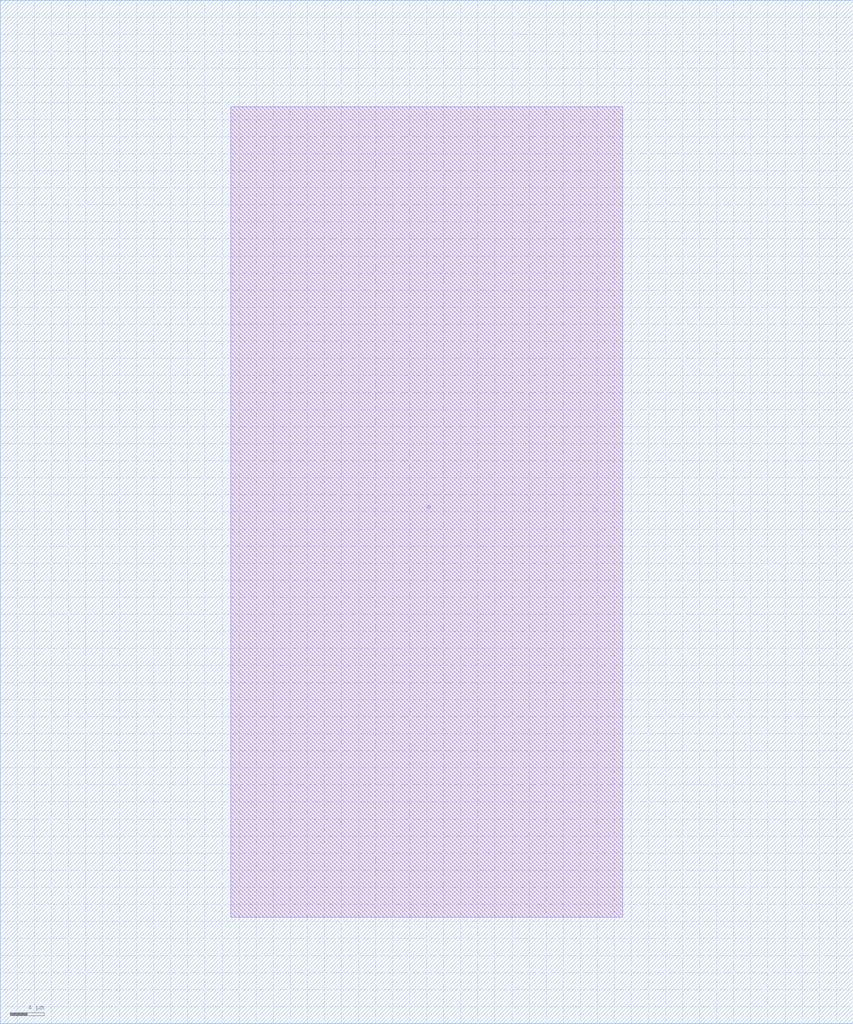
<source format=lef>
VERSION 5.8 ;

BUSBITCHARS "[]" ;

DIVIDERCHAR "/" ;

UNITS
	DATABASE MICRONS 1000 ;
END UNITS

MANUFACTURINGGRID 0.01 ;

CLEARANCEMEASURE EUCLIDEAN ;

USEMINSPACING OBS ON ;

SITE CoreSite
	CLASS CORE ;
	SIZE 1 BY 160 ;
END CoreSite

LAYER M1
	TYPE ROUTING ;
	DIRECTION HORIZONTAL ;
	WIDTH 4.4 ;
	SPACING 5.6 ;
	SPACING 0.09 ENDOFLINE 0.09 WITHIN 0.025 ;
	SPACINGTABLE
		PARALLELRUNLENGTH 0.0
		WIDTH 0.0 0.06
		WIDTH 0.1 0.1
		WIDTH 0.75 0.25
		WIDTH 1.5 0.45 ;
	PITCH 10.0 10.0 ;
END M1

LAYER via1
	TYPE CUT ;
	SPACING 5.6 ;
	WIDTH 4.4 ;
END via1

LAYER M2
	TYPE ROUTING ;
	DIRECTION VERTICAL ;
	WIDTH 4.4 ;
	SPACING 5.6 ;
	SPACING 0.09 ENDOFLINE 0.09 WITHIN 0.025 ;
	SPACINGTABLE
		PARALLELRUNLENGTH 0.0
		WIDTH 0.0 0.06
		WIDTH 0.1 0.1
		WIDTH 0.75 0.25
		WIDTH 1.5 0.45 ;
	PITCH 10.0 10.0 ;
END M2

LAYER OVERLAP
	TYPE OVERLAP ;
END OVERLAP

VIA VIA12 DEFAULT
	LAYER M1 ;
		RECT -2.2 -2.2 2.2 2.2 ;
	LAYER via1 ;
		RECT -2.2 -2.2 2.2 2.2 ;
	LAYER M2 ;
		RECT -2.2 -2.2 2.2 2.2 ;
END VIA12

MACRO PAD
	CLASS CORE ;
	ORIGIN 0.0 0.0 ;
	SIZE 100.0 BY 120.0 ;
	SYMMETRY X Y ;
	SITE CoreSite ;
	PIN a
	DIRECTION INOUT ;
	USE SIGNAL ;
		PORT
			LAYER M1 ;
				RECT 27.0 12.5 73.0 107.5 ;
			LAYER M2 ;
				RECT 27.0 12.5 73.0 107.5 ;
		END
	END a
END PAD

MACRO THmitll_ALWAYS0T_ASYNC
	CLASS CORE ;
	SIZE 10.0 BY 70.0 ;
	ORIGIN -0.0 0.0 ;
	SYMMETRY X Y ;
	SITE CoreSite ;
	PIN q
	DIRECTION OUTPUT ;
	USE SIGNAL ;
		PORT
			LAYER M3 ;
				RECT 2.8 2.8 7.2 7.2 ;
		END
	END q
	PIN a
	DIRECTION INPUT ;
	USE SIGNAL ;
		PORT
			LAYER M3 ;
				RECT 2.8 32.8 7.2 37.2 ;
		END
	END a
END THmitll_ALWAYS0T_ASYNC

MACRO THmitll_ALWAYS0T_ASYNC_NOA
	CLASS CORE ;
	SIZE 10.0 BY 70.0 ;
	ORIGIN -0.0 0.0 ;
	SYMMETRY X Y ;
	SITE CoreSite ;
	PIN q
	DIRECTION OUTPUT ;
	USE SIGNAL ;
		PORT
			LAYER M3 ;
				RECT 2.8 2.8 7.2 7.2 ;
		END
	END q
END THmitll_ALWAYS0T_ASYNC_NOA

MACRO THmitll_ALWAYS0T_SYNC
	CLASS CORE ;
	SIZE 10.0 BY 70.0 ;
	ORIGIN -0.0 0.0 ;
	SYMMETRY X Y ;
	SITE CoreSite ;
	PIN q
	DIRECTION OUTPUT ;
	USE SIGNAL ;
		PORT
			LAYER M3 ;
				RECT 2.8 2.8 7.2 7.2 ;
		END
	END q
	PIN clk
	DIRECTION INPUT ;
	USE CLOCK ;
		PORT
			LAYER M3 ;
				RECT 2.8 32.8 7.2 37.2 ;
		END
	END clk
	PIN a
	DIRECTION INPUT ;
	USE SIGNAL ;
		PORT
			LAYER M3 ;
				RECT 2.8 52.8 7.2 57.2 ;
		END
	END a
END THmitll_ALWAYS0T_SYNC

MACRO THmitll_ALWAYS0T_SYNC_NOA
	CLASS CORE ;
	SIZE 10.0 BY 70.0 ;
	ORIGIN -0.0 0.0 ;
	SYMMETRY X Y ;
	SITE CoreSite ;
	PIN q
	DIRECTION OUTPUT ;
	USE SIGNAL ;
		PORT
			LAYER M3 ;
				RECT 2.8 2.8 7.2 7.2 ;
		END
	END q
	PIN clk
	DIRECTION INPUT ;
	USE CLOCK ;
		PORT
			LAYER M3 ;
				RECT 2.8 32.8 7.2 37.2 ;
		END
	END clk
END THmitll_ALWAYS0T_SYNC_NOA

MACRO THmitll_AND2T
	CLASS CORE ;
	SIZE 50.0 BY 70.0 ;
	ORIGIN -0.0 0.0 ;
	SYMMETRY X Y ;
	SITE CoreSite ;
	PIN a
	DIRECTION INPUT ;
	USE SIGNAL ;
		PORT
			LAYER M3 ;
				RECT 12.8 62.8 17.2 67.2 ;
		END
	END a
	PIN clk
	DIRECTION INPUT ;
	USE CLOCK ;
		PORT
			LAYER M3 ;
				RECT 2.8 2.8 7.2 7.2 ;
		END
	END clk
	PIN q
	DIRECTION OUTPUT ;
	USE SIGNAL ;
		PORT
			LAYER M3 ;
				RECT 42.8 22.8 47.2 27.2 ;
		END
	END q
	PIN b
	DIRECTION INPUT ;
	USE SIGNAL ;
		PORT
			LAYER M3 ;
				RECT 42.8 12.8 47.2 17.2 ;
		END
	END b
END THmitll_AND2T

MACRO THmitll_BUFFT
	CLASS CORE ;
	SIZE 20.0 BY 70.0 ;
	ORIGIN 0.0 0.0 ;
	SYMMETRY X Y ;
	SITE CoreSite ;
	PIN q
	DIRECTION OUTPUT ;
	USE SIGNAL ;
		PORT
			LAYER M3 ;
				RECT 12.8 2.8 17.2 7.2 ;
		END
	END q
	PIN a
	DIRECTION INPUT ;
	USE SIGNAL ;
		PORT
			LAYER M3 ;
				RECT 12.8 42.8 17.2 47.2 ;
		END
	END a
END THmitll_BUFFT

MACRO THmitll_DCSFQ-PTLTX
	CLASS CORE ;
	SIZE 20.05 BY 70.0 ;
	ORIGIN -0.05 0.0 ;
	SYMMETRY X Y ;
	SITE CoreSite ;
	PIN q
	DIRECTION OUTPUT ;
	USE SIGNAL ;
		PORT
			LAYER M3 ;
				RECT 2.8 2.8 7.2 7.2 ;
		END
	END q
END THmitll_DCSFQ-PTLTX

MACRO THmitll_DFFT
	CLASS CORE ;
	SIZE 30.0 BY 70.0 ;
	ORIGIN -0.0 0.0 ;
	SYMMETRY X Y ;
	SITE CoreSite ;
	PIN a
	DIRECTION INPUT ;
	USE SIGNAL ;
		PORT
			LAYER M3 ;
				RECT 2.8 2.8 7.2 7.2 ;
		END
	END a
	PIN clk
	DIRECTION INPUT ;
	USE CLOCK ;
		PORT
			LAYER M3 ;
				RECT 22.8 2.8 27.2 7.2 ;
		END
	END clk
	PIN q
	DIRECTION OUTPUT ;
	USE SIGNAL ;
		PORT
			LAYER M3 ;
				RECT 22.8 62.8 27.2 67.2 ;
		END
	END q
END THmitll_DFFT

MACRO THmitll_JTLT
	CLASS CORE ;
	SIZE 20.0 BY 70.0 ;
	ORIGIN 0.0 0.0 ;
	SYMMETRY X Y ;
	SITE CoreSite ;
	PIN q
	DIRECTION OUTPUT ;
	USE SIGNAL ;
		PORT
			LAYER M3 ;
				RECT 12.8 2.8 17.2 7.2 ;
		END
	END q
	PIN a
	DIRECTION INPUT ;
	USE SIGNAL ;
		PORT
			LAYER M3 ;
				RECT 12.8 32.8 17.2 37.2 ;
		END
	END a
END THmitll_JTLT

MACRO THmitll_MERGET
	CLASS CORE ;
	SIZE 50.0 BY 70.0 ;
	ORIGIN 0.0 0.0 ;
	SYMMETRY X Y ;
	SITE CoreSite ;
	PIN q
	DIRECTION OUTPUT ;
	USE SIGNAL ;
		PORT
			LAYER M3 ;
				RECT 42.8 32.8 47.2 37.2 ;
		END
	END q
	PIN b
	DIRECTION INPUT ;
	USE SIGNAL ;
		PORT
			LAYER M3 ;
				RECT 42.8 62.8 47.2 67.2 ;
		END
	END b
	PIN a
	DIRECTION INPUT ;
	USE SIGNAL ;
		PORT
			LAYER M3 ;
				RECT 12.8 2.8 17.2 7.2 ;
		END
	END a
END THmitll_MERGET

MACRO THmitll_NDROT
	CLASS CORE ;
	SIZE 50.0 BY 70.0 ;
	ORIGIN -0.0 0.0 ;
	SYMMETRY X Y ;
	SITE CoreSite ;
	PIN b
	DIRECTION INPUT ;
	USE SIGNAL ;
		PORT
			LAYER M3 ;
				RECT 42.8 62.8 47.2 67.2 ;
		END
	END b
	PIN a
	DIRECTION INPUT ;
	USE SIGNAL ;
		PORT
			LAYER M3 ;
				RECT 2.8 62.8 7.2 67.2 ;
		END
	END a
	PIN clk
	DIRECTION INPUT ;
	USE CLOCK ;
		PORT
			LAYER M3 ;
				RECT 2.8 22.8 7.2 27.2 ;
		END
	END clk
	PIN q
	DIRECTION OUTPUT ;
	USE SIGNAL ;
		PORT
			LAYER M3 ;
				RECT 32.8 2.8 37.2 7.2 ;
		END
	END q
END THmitll_NDROT

MACRO THmitll_NOTT
	CLASS CORE ;
	SIZE 40.0 BY 70.0 ;
	ORIGIN -0.0 0.0 ;
	SYMMETRY X Y ;
	SITE CoreSite ;
	PIN a
	DIRECTION INPUT ;
	USE SIGNAL ;
		PORT
			LAYER M3 ;
				RECT 2.8 62.8 7.2 67.2 ;
		END
	END a
	PIN clk
	DIRECTION INPUT ;
	USE CLOCK ;
		PORT
			LAYER M3 ;
				RECT 32.8 62.8 37.2 67.2 ;
		END
	END clk
	PIN q
	DIRECTION OUTPUT ;
	USE SIGNAL ;
		PORT
			LAYER M3 ;
				RECT 32.8 2.8 37.2 7.2 ;
		END
	END q
END THmitll_NOTT

MACRO THmitll_OR2T
	CLASS CORE ;
	SIZE 40.0 BY 70.0 ;
	ORIGIN -0.0 0.0 ;
	SYMMETRY X Y ;
	SITE CoreSite ;
	PIN b
	DIRECTION INPUT ;
	USE SIGNAL ;
		PORT
			LAYER M3 ;
				RECT 2.8 2.8 7.2 7.2 ;
		END
	END b
	PIN q
	DIRECTION OUTPUT ;
	USE SIGNAL ;
		PORT
			LAYER M3 ;
				RECT 32.8 2.8 37.2 7.2 ;
		END
	END q
	PIN clk
	DIRECTION INPUT ;
	USE CLOCK ;
		PORT
			LAYER M3 ;
				RECT 32.8 62.8 37.2 67.2 ;
		END
	END clk
	PIN a
	DIRECTION INPUT ;
	USE SIGNAL ;
		PORT
			LAYER M3 ;
				RECT 2.8 62.8 7.2 67.2 ;
		END
	END a
END THmitll_OR2T

MACRO THmitll_SPLITT
	CLASS CORE ;
	SIZE 30.0 BY 70.0 ;
	ORIGIN 0.0 0.0 ;
	SYMMETRY X Y ;
	SITE CoreSite ;
	PIN q1
	DIRECTION OUTPUT ;
	USE SIGNAL ;
		PORT
			LAYER M3 ;
				RECT 22.8 12.8 27.2 17.2 ;
		END
	END q1
	PIN q0
	DIRECTION OUTPUT ;
	USE SIGNAL ;
		PORT
			LAYER M3 ;
				RECT 22.8 22.8 27.2 27.2 ;
		END
	END q0
	PIN a
	DIRECTION INPUT ;
	USE SIGNAL ;
		PORT
			LAYER M3 ;
				RECT 2.8 62.8 7.2 67.2 ;
		END
	END a
END THmitll_SPLITT

MACRO THmitll_XORT
	CLASS CORE ;
	SIZE 50.0 BY 70.0 ;
	ORIGIN -0.0 0.0 ;
	SYMMETRY X Y ;
	SITE CoreSite ;
	PIN clk
	DIRECTION INPUT ;
	USE CLOCK ;
		PORT
			LAYER M3 ;
				RECT 2.8 2.8 7.2 7.2 ;
		END
	END clk
	PIN a
	DIRECTION INPUT ;
	USE SIGNAL ;
		PORT
			LAYER M3 ;
				RECT 2.8 62.8 7.2 67.2 ;
		END
	END a
	PIN b
	DIRECTION INPUT ;
	USE SIGNAL ;
		PORT
			LAYER M3 ;
				RECT 42.8 62.8 47.2 67.2 ;
		END
	END b
	PIN q
	DIRECTION OUTPUT ;
	USE SIGNAL ;
		PORT
			LAYER M3 ;
				RECT 32.8 2.8 37.2 7.2 ;
		END
	END q
END THmitll_XORT

END LIBRARY

</source>
